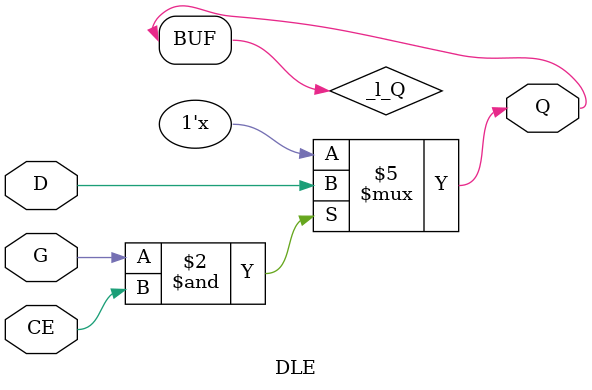
<source format=v>
`ifdef verilator3
`else
`timescale 1 ps / 1 ps
`endif

module DLE
#(
    parameter INIT = 1'b0
)
(
    input  G,
    input  CE,
    input  D,
    output Q
);

    reg _l_Q;

    initial begin
        _l_Q = INIT;
    end

    always @(G or CE or D) begin
    
        if (G & CE) begin
	        _l_Q = D;
        end
    end

    assign Q = _l_Q;

endmodule

</source>
